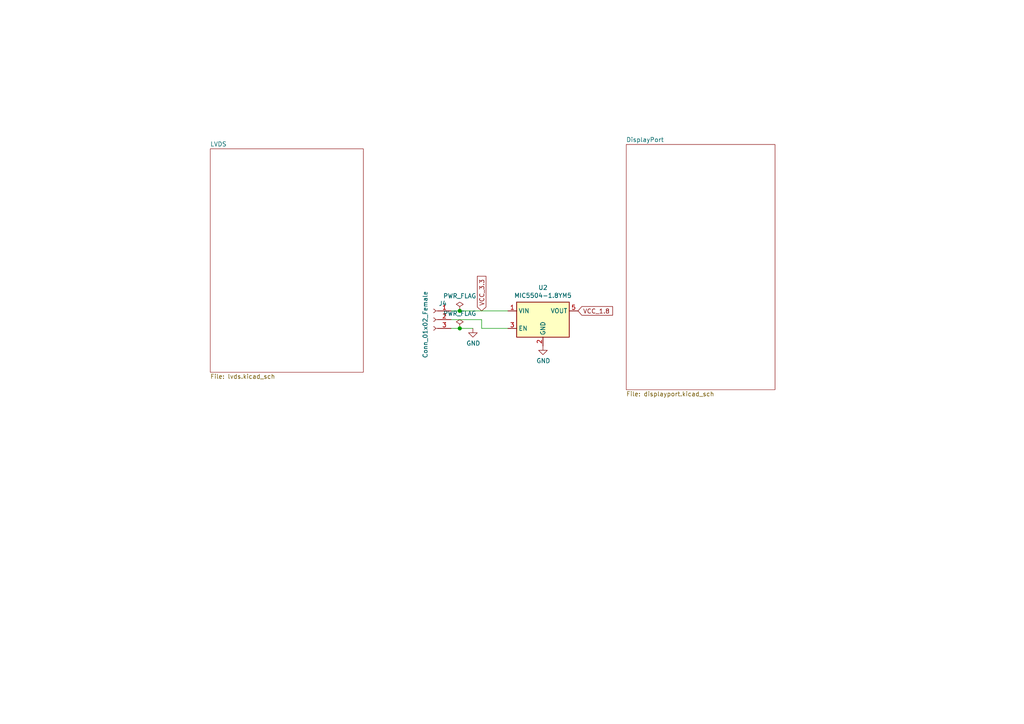
<source format=kicad_sch>
(kicad_sch (version 20210126) (generator eeschema)
  (paper "A4")
  (lib_symbols
    (symbol "Connector:Conn_01x03_Female" (pin_names (offset 1.016) hide)
      (property "Reference" "J" (at 0 5.08 0))
      (property "Value" "Conn_01x03_Female" (at 0 -5.08 0))
      (symbol "Conn_01x03_Female_1_1"
        (arc (start 0 -2.032) (end 0 -3.048) (radius (at 0 -2.54) (length 0.508) (angles 90.1 -90.1)) (stroke (width 0.1524)))
        (arc (start 0 0.508) (end 0 -0.508) (radius (at 0 0) (length 0.508) (angles 90.1 -90.1)) (stroke (width 0.1524)))
        (arc (start 0 3.048) (end 0 2.032) (radius (at 0 2.54) (length 0.508) (angles 90.1 -90.1)) (stroke (width 0.1524)))
        (polyline (pts (xy -1.27 -2.54) (xy -0.508 -2.54)) (stroke (width 0.1524)))
        (polyline (pts (xy -1.27 0) (xy -0.508 0)) (stroke (width 0.1524)))
        (polyline (pts (xy -1.27 2.54) (xy -0.508 2.54)) (stroke (width 0.1524)))
        (pin passive line (at -5.08 2.54 0) (length 3.81) (name "Pin_1") (number "1"))
        (pin passive line (at -5.08 0 0) (length 3.81) (name "Pin_2") (number "2"))
        (pin passive line (at -5.08 -2.54 0) (length 3.81) (name "Pin_3") (number "3"))
      )
    )
    (symbol "Regulator_Linear:MIC5504-1.8YM5"
      (property "Reference" "U" (at -7.62 8.89 0))
      (property "Value" "MIC5504-1.8YM5" (at -7.62 6.35 0))
      (symbol "MIC5504-1.8YM5_0_1"
        (rectangle (start -7.62 -5.08) (end 7.62 5.08) (stroke (width 0.254)) (fill (type background)))
      )
      (symbol "MIC5504-1.8YM5_1_1"
        (pin power_in line (at -10.16 2.54 0) (length 2.54) (name "VIN") (number "1"))
        (pin power_in line (at 0 -7.62 90) (length 2.54) (name "GND") (number "2"))
        (pin input line (at -10.16 -2.54 0) (length 2.54) (name "EN") (number "3"))
        (pin no_connect line (at 7.62 -2.54 180) (length 2.54) hide (name "NC") (number "4"))
        (pin power_out line (at 10.16 2.54 180) (length 2.54) (name "VOUT") (number "5"))
      )
    )
    (symbol "power:GND" (power) (pin_names (offset 0))
      (property "Value" "GND" (at 0 -3.81 0))
      (symbol "GND_0_1"
        (polyline (pts (xy 0 0) (xy 0 -1.27) (xy 1.27 -1.27) (xy 0 -2.54) (xy -1.27 -1.27) (xy 0 -1.27)))
      )
      (symbol "GND_1_1"
        (pin power_in line (at 0 0 270) (length 0) hide (name "GND") (number "1"))
      )
    )
    (symbol "power:PWR_FLAG" (power) (pin_numbers hide) (pin_names (offset 0) hide)
      (property "Value" "PWR_FLAG" (at 0 3.81 0))
      (symbol "PWR_FLAG_0_0"
        (pin power_out line (at 0 0 90) (length 0) (name "pwr") (number "1"))
      )
      (symbol "PWR_FLAG_0_1"
        (polyline (pts (xy 0 0) (xy 0 1.27) (xy -1.016 1.905) (xy 0 2.54) (xy 1.016 1.905) (xy 0 1.27)))
      )
    )
  )
  (junction (at 133.35 90.17) (diameter 1.016))
  (junction (at 133.35 95.25) (diameter 1.016))
  (wire (pts (xy 130.81 90.17) (xy 133.35 90.17)))
  (wire (pts (xy 130.81 92.71) (xy 139.7 92.71)))
  (wire (pts (xy 130.81 95.25) (xy 133.35 95.25)))
  (wire (pts (xy 133.35 90.17) (xy 147.32 90.17)))
  (wire (pts (xy 133.35 95.25) (xy 137.16 95.25)))
  (wire (pts (xy 139.7 92.71) (xy 139.7 95.25)))
  (wire (pts (xy 139.7 95.25) (xy 147.32 95.25)))
  (global_label "VCC_3.3" (shape input) (at 139.7 90.17 90) (property "Intersheet References" "${INTERSHEET_REFS}" (effects hide)))
  (global_label "VCC_1.8" (shape input) (at 167.64 90.17 0) (property "Intersheet References" "${INTERSHEET_REFS}" (effects hide)))
  (symbol (lib_id "power:PWR_FLAG") (at 133.35 90.17 0) (unit 1)
    (property "Reference" "#FLG01" (effects hide))
    (property "Value" "PWR_FLAG" (at 133.35 85.8456 0))
  )
  (symbol (lib_id "power:PWR_FLAG") (at 133.35 95.25 0) (unit 1)
    (property "Reference" "#FLG0101" (effects hide))
    (property "Value" "PWR_FLAG" (at 133.35 90.9256 0))
  )
  (symbol (lib_id "power:GND") (at 137.16 95.25 0) (unit 1)
    (property "Reference" "#PWR0105" (effects hide))
    (property "Value" "GND" (at 137.2743 99.5744 0))
  )
  (symbol (lib_id "power:GND") (at 157.48 100.33 0) (unit 1)
    (property "Reference" "#PWR0104" (effects hide))
    (property "Value" "GND" (at 157.5943 104.6544 0))
  )
  (symbol (lib_id "Connector:Conn_01x03_Female") (at 125.73 92.71 0) (mirror y) (unit 1)
    (property "Reference" "J4" (at 128.422 88.043 0))
    (property "Value" "Conn_01x02_Female" (at 123.3424 94.1513 90))
    (property "Footprint" "Connector_PinHeader_2.54mm:PinHeader_1x03_P2.54mm_Vertical" (effects hide))
  )
  (symbol (lib_id "Regulator_Linear:MIC5504-1.8YM5") (at 157.48 92.71 0) (unit 1)
    (property "Reference" "U2" (at 157.48 83.4198 0))
    (property "Value" "MIC5504-1.8YM5" (at 157.48 85.7185 0))
    (property "Footprint" "Package_TO_SOT_SMD:SOT-23-5" (effects hide))
    (property "Datasheet" "http://ww1.microchip.com/downloads/en/DeviceDoc/MIC550X.pdf" (effects hide))
  )
  (sheet (at 181.61 41.91) (size 43.18 71.12) (stroke (width 0.001))
    (property "Sheet name" "DisplayPort" (at 181.61 41.2741 0) (effects (justify left bottom)))
    (property "Sheet file" "displayport.kicad_sch" (at 181.61 113.5389 0) (effects (justify left top)))
  )
  (sheet (at 60.96 43.18) (size 44.45 64.77) (stroke (width 0.001))
    (property "Sheet name" "LVDS" (at 60.96 42.5441 0) (effects (justify left bottom)))
    (property "Sheet file" "lvds.kicad_sch" (at 60.96 108.4589 0) (effects (justify left top)))
  )
)
</source>
